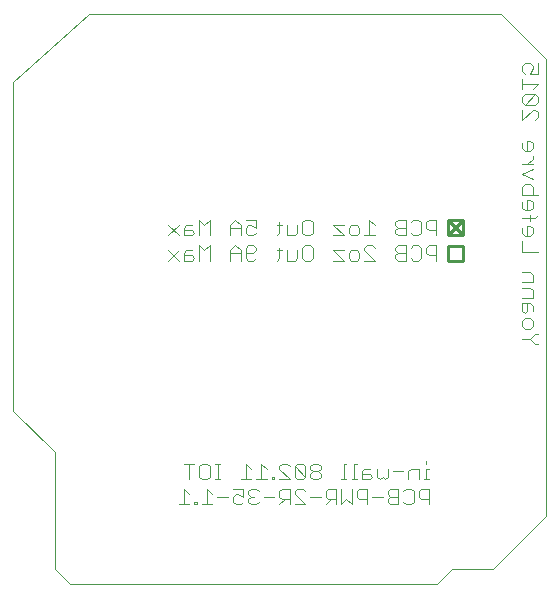
<source format=gbo>
G75*
%MOIN*%
%OFA0B0*%
%FSLAX25Y25*%
%IPPOS*%
%LPD*%
%AMOC8*
5,1,8,0,0,1.08239X$1,22.5*
%
%ADD10C,0.00000*%
%ADD11C,0.00400*%
%ADD12C,0.01000*%
D10*
X0189911Y0200358D02*
X0176161Y0214108D01*
X0176161Y0323988D01*
X0201321Y0346608D01*
X0338661Y0346608D01*
X0353661Y0331608D01*
X0353661Y0179108D01*
X0336161Y0161608D01*
X0322411Y0161608D01*
X0317411Y0156608D01*
X0194911Y0156608D01*
X0189911Y0161608D01*
X0189911Y0200358D01*
D11*
X0231317Y0183058D02*
X0234787Y0183058D01*
X0236498Y0183058D02*
X0237365Y0183058D01*
X0237365Y0183925D01*
X0236498Y0183925D01*
X0236498Y0183058D01*
X0239052Y0183058D02*
X0242522Y0183058D01*
X0240787Y0183058D02*
X0240787Y0188262D01*
X0242522Y0186527D01*
X0244208Y0185660D02*
X0247678Y0185660D01*
X0249365Y0185660D02*
X0249365Y0183925D01*
X0250232Y0183058D01*
X0251967Y0183058D01*
X0252834Y0183925D01*
X0254521Y0183925D02*
X0255389Y0183058D01*
X0257123Y0183058D01*
X0257991Y0183925D01*
X0259678Y0185660D02*
X0263147Y0185660D01*
X0264834Y0185660D02*
X0265701Y0184792D01*
X0268304Y0184792D01*
X0268304Y0183058D02*
X0268304Y0188262D01*
X0265701Y0188262D01*
X0264834Y0187395D01*
X0264834Y0185660D01*
X0266569Y0184792D02*
X0264834Y0183058D01*
X0269990Y0183058D02*
X0273460Y0183058D01*
X0269990Y0186527D01*
X0269990Y0187395D01*
X0270858Y0188262D01*
X0272593Y0188262D01*
X0273460Y0187395D01*
X0275147Y0185660D02*
X0278616Y0185660D01*
X0280303Y0185660D02*
X0281171Y0184792D01*
X0283773Y0184792D01*
X0283773Y0183058D02*
X0283773Y0188262D01*
X0281171Y0188262D01*
X0280303Y0187395D01*
X0280303Y0185660D01*
X0282038Y0184792D02*
X0280303Y0183058D01*
X0285460Y0183058D02*
X0285460Y0188262D01*
X0285476Y0191458D02*
X0287210Y0191458D01*
X0286343Y0191458D02*
X0286343Y0196662D01*
X0287210Y0196662D01*
X0289781Y0196662D02*
X0289781Y0191458D01*
X0290648Y0191458D02*
X0288913Y0191458D01*
X0288929Y0188262D02*
X0288929Y0183058D01*
X0287194Y0184792D01*
X0285460Y0183058D01*
X0290616Y0185660D02*
X0291483Y0184792D01*
X0294086Y0184792D01*
X0294086Y0183058D02*
X0294086Y0188262D01*
X0291483Y0188262D01*
X0290616Y0187395D01*
X0290616Y0185660D01*
X0295772Y0185660D02*
X0299242Y0185660D01*
X0300929Y0186527D02*
X0301796Y0185660D01*
X0304398Y0185660D01*
X0306085Y0187395D02*
X0306953Y0188262D01*
X0308687Y0188262D01*
X0309555Y0187395D01*
X0309555Y0183925D01*
X0308687Y0183058D01*
X0306953Y0183058D01*
X0306085Y0183925D01*
X0304398Y0183058D02*
X0301796Y0183058D01*
X0300929Y0183925D01*
X0300929Y0184792D01*
X0301796Y0185660D01*
X0300929Y0186527D02*
X0300929Y0187395D01*
X0301796Y0188262D01*
X0304398Y0188262D01*
X0304398Y0183058D01*
X0311241Y0185660D02*
X0312109Y0184792D01*
X0314711Y0184792D01*
X0314711Y0183058D02*
X0314711Y0188262D01*
X0312109Y0188262D01*
X0311241Y0187395D01*
X0311241Y0185660D01*
X0311274Y0191458D02*
X0311274Y0194927D01*
X0308671Y0194927D01*
X0307804Y0194060D01*
X0307804Y0191458D01*
X0306117Y0194060D02*
X0302648Y0194060D01*
X0300961Y0194927D02*
X0300961Y0192325D01*
X0300093Y0191458D01*
X0299226Y0192325D01*
X0298359Y0191458D01*
X0297491Y0192325D01*
X0297491Y0194927D01*
X0294937Y0194927D02*
X0293202Y0194927D01*
X0292335Y0194060D01*
X0292335Y0191458D01*
X0294937Y0191458D01*
X0295804Y0192325D01*
X0294937Y0193192D01*
X0292335Y0193192D01*
X0290648Y0196662D02*
X0289781Y0196662D01*
X0278616Y0195795D02*
X0278616Y0194927D01*
X0277749Y0194060D01*
X0276014Y0194060D01*
X0275147Y0193192D01*
X0275147Y0192325D01*
X0276014Y0191458D01*
X0277749Y0191458D01*
X0278616Y0192325D01*
X0278616Y0193192D01*
X0277749Y0194060D01*
X0276014Y0194060D02*
X0275147Y0194927D01*
X0275147Y0195795D01*
X0276014Y0196662D01*
X0277749Y0196662D01*
X0278616Y0195795D01*
X0273460Y0195795D02*
X0273460Y0192325D01*
X0269990Y0195795D01*
X0269990Y0192325D01*
X0270858Y0191458D01*
X0272593Y0191458D01*
X0273460Y0192325D01*
X0273460Y0195795D02*
X0272593Y0196662D01*
X0270858Y0196662D01*
X0269990Y0195795D01*
X0268304Y0195795D02*
X0267436Y0196662D01*
X0265701Y0196662D01*
X0264834Y0195795D01*
X0264834Y0194927D01*
X0268304Y0191458D01*
X0264834Y0191458D01*
X0263147Y0191458D02*
X0262280Y0191458D01*
X0262280Y0192325D01*
X0263147Y0192325D01*
X0263147Y0191458D01*
X0260569Y0191458D02*
X0257099Y0191458D01*
X0255413Y0191458D02*
X0251943Y0191458D01*
X0253678Y0191458D02*
X0253678Y0196662D01*
X0255413Y0194927D01*
X0258834Y0196662D02*
X0258834Y0191458D01*
X0257123Y0188262D02*
X0255389Y0188262D01*
X0254521Y0187395D01*
X0254521Y0186527D01*
X0255389Y0185660D01*
X0254521Y0184792D01*
X0254521Y0183925D01*
X0255389Y0185660D02*
X0256256Y0185660D01*
X0257991Y0187395D02*
X0257123Y0188262D01*
X0252834Y0188262D02*
X0252834Y0185660D01*
X0251100Y0186527D01*
X0250232Y0186527D01*
X0249365Y0185660D01*
X0249365Y0188262D02*
X0252834Y0188262D01*
X0245100Y0191458D02*
X0243365Y0191458D01*
X0244232Y0191458D02*
X0244232Y0196662D01*
X0243365Y0196662D02*
X0245100Y0196662D01*
X0241662Y0195795D02*
X0241662Y0192325D01*
X0240795Y0191458D01*
X0239060Y0191458D01*
X0238193Y0192325D01*
X0238193Y0195795D01*
X0239060Y0196662D01*
X0240795Y0196662D01*
X0241662Y0195795D01*
X0236506Y0196662D02*
X0233036Y0196662D01*
X0234771Y0196662D02*
X0234771Y0191458D01*
X0233052Y0188262D02*
X0233052Y0183058D01*
X0234787Y0186527D02*
X0233052Y0188262D01*
X0258834Y0196662D02*
X0260569Y0194927D01*
X0263912Y0264308D02*
X0264780Y0265175D01*
X0264780Y0268645D01*
X0265647Y0267777D02*
X0263912Y0267777D01*
X0267334Y0267777D02*
X0267334Y0264308D01*
X0269936Y0264308D01*
X0270804Y0265175D01*
X0270804Y0267777D01*
X0272490Y0268645D02*
X0272490Y0265175D01*
X0273358Y0264308D01*
X0275093Y0264308D01*
X0275960Y0265175D01*
X0275960Y0268645D01*
X0275093Y0269512D01*
X0273358Y0269512D01*
X0272490Y0268645D01*
X0273358Y0272708D02*
X0272490Y0273575D01*
X0272490Y0277045D01*
X0273358Y0277912D01*
X0275093Y0277912D01*
X0275960Y0277045D01*
X0275960Y0273575D01*
X0275093Y0272708D01*
X0273358Y0272708D01*
X0270804Y0273575D02*
X0270804Y0276177D01*
X0270804Y0273575D02*
X0269936Y0272708D01*
X0267334Y0272708D01*
X0267334Y0276177D01*
X0265647Y0276177D02*
X0263912Y0276177D01*
X0264780Y0277045D02*
X0264780Y0273575D01*
X0263912Y0272708D01*
X0257053Y0273575D02*
X0256186Y0272708D01*
X0254451Y0272708D01*
X0253584Y0273575D01*
X0253584Y0275310D01*
X0254451Y0276177D01*
X0255318Y0276177D01*
X0257053Y0275310D01*
X0257053Y0277912D01*
X0253584Y0277912D01*
X0251897Y0276177D02*
X0250162Y0277912D01*
X0248427Y0276177D01*
X0248427Y0272708D01*
X0248427Y0275310D02*
X0251897Y0275310D01*
X0251897Y0276177D02*
X0251897Y0272708D01*
X0250162Y0269512D02*
X0248427Y0267777D01*
X0248427Y0264308D01*
X0248427Y0266910D02*
X0251897Y0266910D01*
X0251897Y0267777D02*
X0250162Y0269512D01*
X0251897Y0267777D02*
X0251897Y0264308D01*
X0253584Y0265175D02*
X0253584Y0268645D01*
X0254451Y0269512D01*
X0256186Y0269512D01*
X0257053Y0268645D01*
X0257053Y0267777D01*
X0256186Y0266910D01*
X0253584Y0266910D01*
X0253584Y0265175D02*
X0254451Y0264308D01*
X0256186Y0264308D01*
X0257053Y0265175D01*
X0241584Y0264308D02*
X0241584Y0269512D01*
X0239849Y0267777D01*
X0238114Y0269512D01*
X0238114Y0264308D01*
X0236428Y0265175D02*
X0235560Y0266042D01*
X0232958Y0266042D01*
X0232958Y0266910D02*
X0232958Y0264308D01*
X0235560Y0264308D01*
X0236428Y0265175D01*
X0235560Y0267777D02*
X0233825Y0267777D01*
X0232958Y0266910D01*
X0231271Y0267777D02*
X0227802Y0264308D01*
X0231271Y0264308D02*
X0227802Y0267777D01*
X0227802Y0272708D02*
X0231271Y0276177D01*
X0232958Y0275310D02*
X0232958Y0272708D01*
X0235560Y0272708D01*
X0236428Y0273575D01*
X0235560Y0274442D01*
X0232958Y0274442D01*
X0232958Y0275310D02*
X0233825Y0276177D01*
X0235560Y0276177D01*
X0238114Y0277912D02*
X0238114Y0272708D01*
X0241584Y0272708D02*
X0241584Y0277912D01*
X0239849Y0276177D01*
X0238114Y0277912D01*
X0231271Y0272708D02*
X0227802Y0276177D01*
X0282803Y0276177D02*
X0286273Y0272708D01*
X0282803Y0272708D01*
X0282803Y0276177D02*
X0286273Y0276177D01*
X0287960Y0275310D02*
X0288827Y0276177D01*
X0290562Y0276177D01*
X0291429Y0275310D01*
X0291429Y0273575D01*
X0290562Y0272708D01*
X0288827Y0272708D01*
X0287960Y0273575D01*
X0287960Y0275310D01*
X0293116Y0272708D02*
X0296586Y0272708D01*
X0294851Y0272708D02*
X0294851Y0277912D01*
X0296586Y0276177D01*
X0295718Y0269512D02*
X0296586Y0268645D01*
X0295718Y0269512D02*
X0293983Y0269512D01*
X0293116Y0268645D01*
X0293116Y0267777D01*
X0296586Y0264308D01*
X0293116Y0264308D01*
X0291429Y0265175D02*
X0291429Y0266910D01*
X0290562Y0267777D01*
X0288827Y0267777D01*
X0287960Y0266910D01*
X0287960Y0265175D01*
X0288827Y0264308D01*
X0290562Y0264308D01*
X0291429Y0265175D01*
X0286273Y0264308D02*
X0282803Y0264308D01*
X0282803Y0267777D02*
X0286273Y0264308D01*
X0286273Y0267777D02*
X0282803Y0267777D01*
X0303429Y0267777D02*
X0304296Y0266910D01*
X0306898Y0266910D01*
X0308585Y0268645D02*
X0309453Y0269512D01*
X0311187Y0269512D01*
X0312055Y0268645D01*
X0312055Y0265175D01*
X0311187Y0264308D01*
X0309453Y0264308D01*
X0308585Y0265175D01*
X0306898Y0264308D02*
X0306898Y0269512D01*
X0304296Y0269512D01*
X0303429Y0268645D01*
X0303429Y0267777D01*
X0304296Y0266910D02*
X0303429Y0266042D01*
X0303429Y0265175D01*
X0304296Y0264308D01*
X0306898Y0264308D01*
X0313741Y0266910D02*
X0314609Y0266042D01*
X0317211Y0266042D01*
X0317211Y0264308D02*
X0317211Y0269512D01*
X0314609Y0269512D01*
X0313741Y0268645D01*
X0313741Y0266910D01*
X0311187Y0272708D02*
X0309453Y0272708D01*
X0308585Y0273575D01*
X0306898Y0272708D02*
X0306898Y0277912D01*
X0304296Y0277912D01*
X0303429Y0277045D01*
X0303429Y0276177D01*
X0304296Y0275310D01*
X0306898Y0275310D01*
X0308585Y0277045D02*
X0309453Y0277912D01*
X0311187Y0277912D01*
X0312055Y0277045D01*
X0312055Y0273575D01*
X0311187Y0272708D01*
X0313741Y0275310D02*
X0314609Y0274442D01*
X0317211Y0274442D01*
X0317211Y0272708D02*
X0317211Y0277912D01*
X0314609Y0277912D01*
X0313741Y0277045D01*
X0313741Y0275310D01*
X0306898Y0272708D02*
X0304296Y0272708D01*
X0303429Y0273575D01*
X0303429Y0274442D01*
X0304296Y0275310D01*
X0345761Y0275111D02*
X0345761Y0273376D01*
X0346629Y0272509D01*
X0348363Y0272509D01*
X0349231Y0273376D01*
X0349231Y0275111D01*
X0348363Y0275978D01*
X0347496Y0275978D01*
X0347496Y0272509D01*
X0345761Y0270822D02*
X0345761Y0267352D01*
X0350966Y0267352D01*
X0348363Y0260509D02*
X0345761Y0260509D01*
X0348363Y0260509D02*
X0349231Y0259642D01*
X0349231Y0257040D01*
X0345761Y0257040D01*
X0345761Y0255353D02*
X0348363Y0255353D01*
X0349231Y0254485D01*
X0349231Y0251883D01*
X0345761Y0251883D01*
X0345761Y0250197D02*
X0345761Y0247594D01*
X0346629Y0246727D01*
X0347496Y0247594D01*
X0347496Y0250197D01*
X0348363Y0250197D02*
X0345761Y0250197D01*
X0348363Y0250197D02*
X0349231Y0249329D01*
X0349231Y0247594D01*
X0348363Y0245040D02*
X0346629Y0245040D01*
X0345761Y0244173D01*
X0345761Y0242438D01*
X0346629Y0241570D01*
X0348363Y0241570D01*
X0349231Y0242438D01*
X0349231Y0244173D01*
X0348363Y0245040D01*
X0350098Y0239884D02*
X0350966Y0239884D01*
X0350098Y0239884D02*
X0348363Y0238149D01*
X0345761Y0238149D01*
X0348363Y0238149D02*
X0350098Y0236414D01*
X0350966Y0236414D01*
X0348363Y0277665D02*
X0348363Y0279400D01*
X0348363Y0281103D02*
X0346629Y0281103D01*
X0345761Y0281970D01*
X0345761Y0283705D01*
X0347496Y0284572D02*
X0347496Y0281103D01*
X0348363Y0281103D02*
X0349231Y0281970D01*
X0349231Y0283705D01*
X0348363Y0284572D01*
X0347496Y0284572D01*
X0349231Y0286259D02*
X0349231Y0288861D01*
X0348363Y0289729D01*
X0346629Y0289729D01*
X0345761Y0288861D01*
X0345761Y0286259D01*
X0350966Y0286259D01*
X0349231Y0291416D02*
X0345761Y0293150D01*
X0349231Y0294885D01*
X0349231Y0296572D02*
X0345761Y0296572D01*
X0347496Y0296572D02*
X0349231Y0298307D01*
X0349231Y0299174D01*
X0348363Y0300869D02*
X0349231Y0301736D01*
X0349231Y0303471D01*
X0348363Y0304339D01*
X0347496Y0304339D01*
X0347496Y0300869D01*
X0346629Y0300869D02*
X0348363Y0300869D01*
X0346629Y0300869D02*
X0345761Y0301736D01*
X0345761Y0303471D01*
X0345761Y0311182D02*
X0349231Y0314651D01*
X0350098Y0314651D01*
X0350966Y0313784D01*
X0350966Y0312049D01*
X0350098Y0311182D01*
X0345761Y0311182D02*
X0345761Y0314651D01*
X0346629Y0316338D02*
X0350098Y0319808D01*
X0346629Y0319808D01*
X0345761Y0318940D01*
X0345761Y0317206D01*
X0346629Y0316338D01*
X0350098Y0316338D01*
X0350966Y0317206D01*
X0350966Y0318940D01*
X0350098Y0319808D01*
X0349231Y0321495D02*
X0350966Y0323229D01*
X0345761Y0323229D01*
X0345761Y0321495D02*
X0345761Y0324964D01*
X0346629Y0326651D02*
X0345761Y0327518D01*
X0345761Y0329253D01*
X0346629Y0330121D01*
X0348363Y0330121D01*
X0349231Y0329253D01*
X0349231Y0328386D01*
X0348363Y0326651D01*
X0350966Y0326651D01*
X0350966Y0330121D01*
X0350966Y0279400D02*
X0350098Y0278533D01*
X0345761Y0278533D01*
X0313844Y0197529D02*
X0313844Y0196662D01*
X0313844Y0194927D02*
X0313844Y0191458D01*
X0314711Y0191458D02*
X0312976Y0191458D01*
X0313844Y0194927D02*
X0314711Y0194927D01*
D12*
X0321161Y0264108D02*
X0326161Y0264108D01*
X0326161Y0269108D01*
X0321161Y0269108D01*
X0321161Y0264108D01*
X0321161Y0272858D02*
X0326161Y0277858D01*
X0321161Y0277858D01*
X0326161Y0272858D01*
X0326161Y0277858D01*
X0326161Y0272858D02*
X0321161Y0272858D01*
X0321161Y0277858D01*
M02*

</source>
